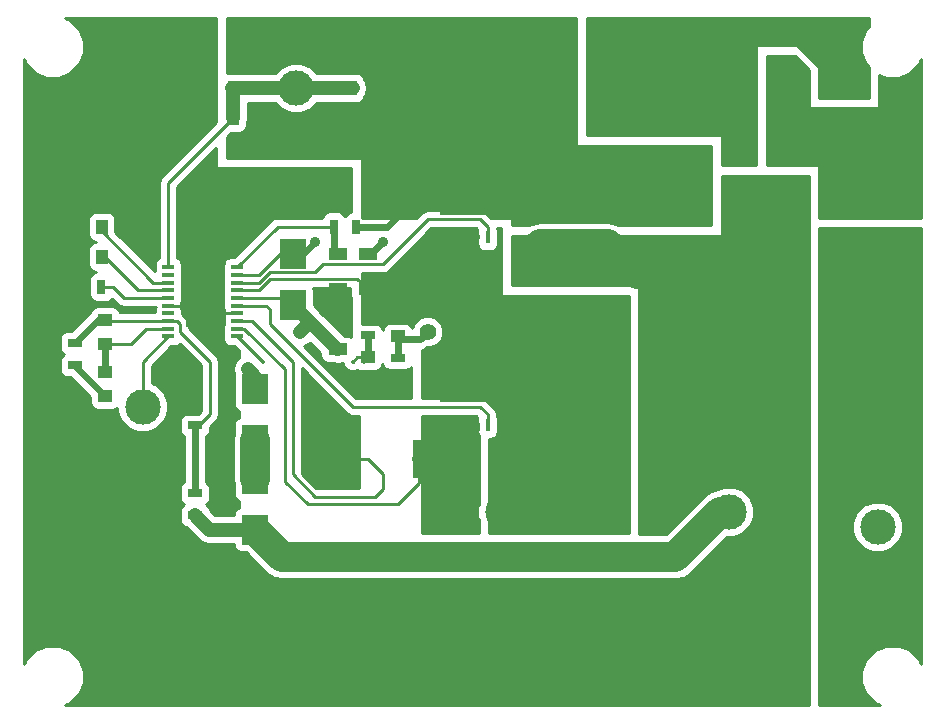
<source format=gtl>
G04 #@! TF.FileFunction,Copper,L1,Top,Signal*
%FSLAX46Y46*%
G04 Gerber Fmt 4.6, Leading zero omitted, Abs format (unit mm)*
G04 Created by KiCad (PCBNEW (2014-12-22 BZR 5335)-product) date Thu 25 Dec 2014 04:56:00 AM PST*
%MOMM*%
G01*
G04 APERTURE LIST*
%ADD10C,0.100000*%
%ADD11C,1.397000*%
%ADD12C,2.500000*%
%ADD13C,3.000000*%
%ADD14R,0.450000X1.080000*%
%ADD15R,4.260000X3.540000*%
%ADD16R,1.000000X0.400000*%
%ADD17R,3.000000X4.200000*%
%ADD18R,1.000000X1.250000*%
%ADD19R,1.600000X1.000000*%
%ADD20R,1.250000X1.000000*%
%ADD21R,2.400300X4.000500*%
%ADD22R,1.000000X1.600000*%
%ADD23R,2.301240X2.499360*%
%ADD24R,0.700000X1.300000*%
%ADD25R,1.300000X0.700000*%
%ADD26R,1.000000X3.200000*%
%ADD27R,3.599180X1.600200*%
%ADD28C,0.889000*%
%ADD29C,0.350000*%
%ADD30C,0.254000*%
%ADD31C,1.225000*%
%ADD32C,0.612500*%
%ADD33C,2.540000*%
G04 APERTURE END LIST*
D10*
D11*
X173990000Y-93980000D03*
X173990000Y-96520000D03*
D12*
X179959000Y-77900000D03*
X179959000Y-74500000D03*
X193421000Y-74500000D03*
X193421000Y-77900000D03*
D13*
X185293000Y-111760000D03*
X199517000Y-111760000D03*
X149860000Y-102870000D03*
X149860000Y-110490000D03*
X173990000Y-76200000D03*
X162877500Y-75882500D03*
X212090000Y-91440000D03*
X212090000Y-113030000D03*
X180340000Y-111760000D03*
D12*
X209550000Y-74930000D03*
X204470000Y-74930000D03*
X209550000Y-85090000D03*
X204470000Y-85090000D03*
X209550000Y-120650000D03*
X204470000Y-120650000D03*
D14*
X175260000Y-82931000D03*
X176530000Y-82931000D03*
X179070000Y-82931000D03*
X177800000Y-82931000D03*
X179070000Y-88519000D03*
X177800000Y-88519000D03*
X175260000Y-88519000D03*
D15*
X177165000Y-84836000D03*
D14*
X176530000Y-88519000D03*
X175260000Y-98806000D03*
X176530000Y-98806000D03*
X179070000Y-98806000D03*
X177800000Y-98806000D03*
X179070000Y-104394000D03*
X177800000Y-104394000D03*
X175260000Y-104394000D03*
D15*
X177165000Y-100711000D03*
D14*
X176530000Y-104394000D03*
D16*
X152040000Y-91055000D03*
X152040000Y-91705000D03*
X152040000Y-92355000D03*
X152040000Y-93005000D03*
X152040000Y-93655000D03*
X152040000Y-94305000D03*
X152040000Y-94955000D03*
X152040000Y-95605000D03*
X152040000Y-96255000D03*
X152040000Y-96905000D03*
X157840000Y-96905000D03*
X157840000Y-96255000D03*
X157840000Y-95605000D03*
X157840000Y-94955000D03*
X157840000Y-94305000D03*
X157840000Y-93655000D03*
X157840000Y-93005000D03*
X157840000Y-92355000D03*
X157840000Y-91705000D03*
X157840000Y-91055000D03*
D17*
X154940000Y-93980000D03*
D18*
X157527500Y-78422500D03*
X155527500Y-78422500D03*
D19*
X166370000Y-89940000D03*
X166370000Y-92940000D03*
D18*
X146415000Y-90170000D03*
X144415000Y-90170000D03*
X146415000Y-87630000D03*
X144415000Y-87630000D03*
D20*
X168910000Y-98695000D03*
X168910000Y-100695000D03*
X146685000Y-99965000D03*
X146685000Y-101965000D03*
X146685000Y-97520000D03*
X146685000Y-95520000D03*
D19*
X189230000Y-86130000D03*
X189230000Y-89130000D03*
X186690000Y-86130000D03*
X186690000Y-89130000D03*
X166370000Y-98020000D03*
X166370000Y-95020000D03*
D21*
X196215000Y-83629500D03*
X196215000Y-91630500D03*
D19*
X168910000Y-92940000D03*
X168910000Y-89940000D03*
D20*
X171450000Y-94885000D03*
X171450000Y-96885000D03*
D22*
X208510000Y-91440000D03*
X205510000Y-91440000D03*
X208510000Y-95250000D03*
X205510000Y-95250000D03*
D23*
X162560000Y-94223840D03*
X162560000Y-89926160D03*
X182880000Y-89778840D03*
X182880000Y-85481160D03*
X159385000Y-105653840D03*
X159385000Y-101356160D03*
X159385000Y-108976160D03*
X159385000Y-113273840D03*
D24*
X169542500Y-75882500D03*
X167642500Y-75882500D03*
X157477500Y-75882500D03*
X155577500Y-75882500D03*
X146365000Y-92710000D03*
X144465000Y-92710000D03*
X167955000Y-87630000D03*
X166055000Y-87630000D03*
D25*
X144145000Y-99375000D03*
X144145000Y-97475000D03*
X168910000Y-94935000D03*
X168910000Y-96835000D03*
D26*
X173280000Y-107315000D03*
X167080000Y-107315000D03*
D25*
X171450000Y-98745000D03*
X171450000Y-100645000D03*
X154305000Y-112075000D03*
X154305000Y-110175000D03*
X154305000Y-104455000D03*
X154305000Y-102555000D03*
D27*
X209760820Y-99695000D03*
X204259180Y-99695000D03*
D28*
X169545000Y-101600000D03*
X167005000Y-93980000D03*
X170815000Y-101600000D03*
X205105000Y-114935000D03*
X205105000Y-116205000D03*
X164465000Y-107950000D03*
X165735000Y-107950000D03*
X164465000Y-106680000D03*
X165735000Y-93980000D03*
X156845000Y-102235000D03*
X156845000Y-103505000D03*
X156845000Y-104775000D03*
X165735000Y-106680000D03*
X190500000Y-91440000D03*
X193040000Y-88900000D03*
X193040000Y-91440000D03*
X193040000Y-93980000D03*
X198120000Y-96520000D03*
X200660000Y-96520000D03*
X200660000Y-93980000D03*
X198120000Y-93980000D03*
X198120000Y-88900000D03*
X200660000Y-91440000D03*
X200660000Y-88900000D03*
X200660000Y-86360000D03*
X154940000Y-90805000D03*
X154940000Y-88900000D03*
X203200000Y-124460000D03*
X203200000Y-127000000D03*
X200660000Y-127000000D03*
X198120000Y-127000000D03*
X195580000Y-127000000D03*
X193040000Y-127000000D03*
X190500000Y-127000000D03*
X187960000Y-127000000D03*
X185420000Y-127000000D03*
X182880000Y-127000000D03*
X180340000Y-127000000D03*
X177800000Y-127000000D03*
X175260000Y-127000000D03*
X172720000Y-127000000D03*
X170180000Y-127000000D03*
X167640000Y-127000000D03*
X165100000Y-127000000D03*
X162560000Y-127000000D03*
X160020000Y-127000000D03*
X157480000Y-127000000D03*
X154940000Y-127000000D03*
X152400000Y-127000000D03*
X149860000Y-127000000D03*
X147320000Y-71120000D03*
X142240000Y-76200000D03*
X142240000Y-119380000D03*
X142240000Y-116840000D03*
X142240000Y-114300000D03*
X142240000Y-111760000D03*
X142240000Y-109220000D03*
X142240000Y-106680000D03*
X142240000Y-104140000D03*
X142240000Y-101600000D03*
X142240000Y-99060000D03*
X142240000Y-96520000D03*
X142557500Y-94297500D03*
X142240000Y-91440000D03*
X142240000Y-88900000D03*
X142240000Y-86360000D03*
X142240000Y-83820000D03*
X142240000Y-81280000D03*
X142240000Y-78740000D03*
X147320000Y-127000000D03*
X203835000Y-114935000D03*
X203835000Y-116205000D03*
X157480000Y-88900000D03*
X154940000Y-83820000D03*
X154940000Y-86360000D03*
X193040000Y-96520000D03*
X193040000Y-99060000D03*
X196850000Y-99060000D03*
X200660000Y-99060000D03*
X201930000Y-121920000D03*
X201930000Y-119380000D03*
X201930000Y-116840000D03*
X199390000Y-116840000D03*
X196850000Y-119380000D03*
X194310000Y-119380000D03*
X191770000Y-119380000D03*
X189230000Y-119380000D03*
X186690000Y-119380000D03*
X184150000Y-119380000D03*
X171450000Y-119380000D03*
X157480000Y-116840000D03*
X154940000Y-116840000D03*
X152400000Y-114300000D03*
X149860000Y-114300000D03*
X147320000Y-114300000D03*
X147320000Y-111760000D03*
X147320000Y-109220000D03*
X144780000Y-104140000D03*
X147320000Y-106680000D03*
X153670000Y-76200000D03*
X153670000Y-78422500D03*
X151130000Y-81280000D03*
X148590000Y-83820000D03*
X148590000Y-86360000D03*
X152400000Y-71120000D03*
X149860000Y-71120000D03*
X154940000Y-71120000D03*
X152400000Y-106680000D03*
X152400000Y-104140000D03*
X152400000Y-101600000D03*
X152400000Y-99060000D03*
D29*
X167640000Y-99060000D03*
X160020000Y-99060000D03*
D28*
X163195000Y-96520000D03*
X158750000Y-99695000D03*
X164465000Y-88900000D03*
X170180000Y-88900000D03*
X208915000Y-112395000D03*
X208915000Y-111125000D03*
X207645000Y-111125000D03*
X207645000Y-112395000D03*
X213360000Y-88900000D03*
X213360000Y-93980000D03*
X213360000Y-96520000D03*
X213360000Y-99060000D03*
X213360000Y-101600000D03*
X213360000Y-104140000D03*
X213360000Y-106680000D03*
X213360000Y-109220000D03*
X210820000Y-109220000D03*
X210820000Y-106680000D03*
X210820000Y-104140000D03*
X210820000Y-101600000D03*
X210820000Y-96520000D03*
X210820000Y-93980000D03*
X210820000Y-88900000D03*
X208280000Y-88900000D03*
X208280000Y-104140000D03*
X208280000Y-106680000D03*
X208280000Y-109220000D03*
D30*
X152040000Y-83910000D02*
X157527500Y-78422500D01*
X152040000Y-91055000D02*
X152040000Y-83910000D01*
X157527500Y-75932500D02*
X157477500Y-75882500D01*
D31*
X157527500Y-78422500D02*
X157527500Y-75932500D01*
X157477500Y-75882500D02*
X162877500Y-75882500D01*
X162877500Y-75882500D02*
X167642500Y-75882500D01*
D32*
X166370000Y-93345000D02*
X167005000Y-93980000D01*
X166370000Y-92940000D02*
X166370000Y-93345000D01*
X166370000Y-94615000D02*
X167005000Y-93980000D01*
X166370000Y-93345000D02*
X165735000Y-93980000D01*
X166370000Y-94615000D02*
X165735000Y-93980000D01*
X166370000Y-94615000D02*
X165735000Y-93980000D01*
X169545000Y-101600000D02*
X168910000Y-100965000D01*
X171450000Y-100965000D02*
X171450000Y-100645000D01*
X170815000Y-101600000D02*
X171450000Y-100965000D01*
D30*
X155915000Y-94955000D02*
X154940000Y-93980000D01*
X157840000Y-94955000D02*
X155915000Y-94955000D01*
D33*
X204470000Y-120650000D02*
X204470000Y-118110000D01*
D30*
X204470000Y-118110000D02*
X204470000Y-116840000D01*
X205105000Y-116205000D02*
X204470000Y-116840000D01*
X205105000Y-114935000D02*
X205105000Y-116205000D01*
D33*
X204470000Y-101600000D02*
X204470000Y-118110000D01*
X204259180Y-101389180D02*
X204470000Y-101600000D01*
X204259180Y-99695000D02*
X204259180Y-101389180D01*
D31*
X165100000Y-107315000D02*
X164465000Y-107950000D01*
X165100000Y-107315000D02*
X165735000Y-107950000D01*
X165100000Y-107315000D02*
X164465000Y-106680000D01*
D33*
X196405500Y-91440000D02*
X196215000Y-91630500D01*
X183528840Y-89130000D02*
X182880000Y-89778840D01*
X189230000Y-89130000D02*
X183528840Y-89130000D01*
X191730500Y-91630500D02*
X189230000Y-89130000D01*
X196215000Y-91630500D02*
X191730500Y-91630500D01*
D31*
X152400000Y-104140000D02*
X152400000Y-107950000D01*
X152400000Y-107950000D02*
X149860000Y-110490000D01*
X152400000Y-103505000D02*
X152400000Y-104140000D01*
X153350000Y-102555000D02*
X152400000Y-103505000D01*
X154305000Y-102555000D02*
X153350000Y-102555000D01*
D30*
X154615000Y-94305000D02*
X154940000Y-93980000D01*
X152040000Y-94305000D02*
X154615000Y-94305000D01*
D31*
X156845000Y-98425000D02*
X154940000Y-96520000D01*
X154940000Y-96520000D02*
X154940000Y-93980000D01*
X156845000Y-104775000D02*
X156845000Y-98425000D01*
X144415000Y-92440000D02*
X144415000Y-87630000D01*
X147320000Y-110490000D02*
X140970000Y-104140000D01*
X140970000Y-104140000D02*
X140970000Y-95885000D01*
X140970000Y-95885000D02*
X144415000Y-92440000D01*
X149860000Y-110490000D02*
X147320000Y-110490000D01*
X144415000Y-84185000D02*
X150177500Y-78422500D01*
X150177500Y-78422500D02*
X155527500Y-78422500D01*
X144415000Y-87630000D02*
X144415000Y-84185000D01*
X155527500Y-75932500D02*
X155577500Y-75882500D01*
X155527500Y-78422500D02*
X155527500Y-75932500D01*
D32*
X166370000Y-95020000D02*
X166370000Y-92940000D01*
X171400000Y-100695000D02*
X171450000Y-100645000D01*
X168910000Y-100695000D02*
X171400000Y-100695000D01*
X168910000Y-100965000D02*
X169545000Y-101600000D01*
X168910000Y-100695000D02*
X168910000Y-100965000D01*
D31*
X165100000Y-107315000D02*
X165735000Y-106680000D01*
D33*
X165100000Y-107315000D02*
X167080000Y-107315000D01*
D32*
X190500000Y-91440000D02*
X193040000Y-88900000D01*
X193040000Y-91440000D02*
X193040000Y-88900000D01*
X195580000Y-93980000D02*
X193040000Y-93980000D01*
X204470000Y-85090000D02*
X201930000Y-85090000D01*
X200660000Y-93980000D02*
X200660000Y-96520000D01*
X198120000Y-88900000D02*
X198120000Y-93980000D01*
X200660000Y-88900000D02*
X200660000Y-91440000D01*
X201930000Y-85090000D02*
X200660000Y-86360000D01*
X198120000Y-96520000D02*
X195580000Y-93980000D01*
X154940000Y-88900000D02*
X154940000Y-86360000D01*
X154940000Y-93980000D02*
X154940000Y-90805000D01*
D30*
X168910000Y-107315000D02*
X170180000Y-108585000D01*
X170180000Y-108585000D02*
X170180000Y-109855000D01*
X170180000Y-109855000D02*
X169545000Y-110490000D01*
X169545000Y-110490000D02*
X164465000Y-110490000D01*
X164465000Y-110490000D02*
X162560000Y-108585000D01*
X162560000Y-108585000D02*
X162560000Y-99060000D01*
X162560000Y-99060000D02*
X159105000Y-95605000D01*
X159105000Y-95605000D02*
X157840000Y-95605000D01*
X167080000Y-107315000D02*
X168910000Y-107315000D01*
D32*
X204470000Y-120650000D02*
X204470000Y-123190000D01*
X204470000Y-123190000D02*
X203200000Y-124460000D01*
X203200000Y-127000000D02*
X200660000Y-127000000D01*
X198120000Y-127000000D02*
X195580000Y-127000000D01*
X193040000Y-127000000D02*
X190500000Y-127000000D01*
X187960000Y-127000000D02*
X185420000Y-127000000D01*
X182880000Y-127000000D02*
X180340000Y-127000000D01*
X177800000Y-127000000D02*
X175260000Y-127000000D01*
X172720000Y-127000000D02*
X170180000Y-127000000D01*
X167640000Y-127000000D02*
X165100000Y-127000000D01*
X162560000Y-127000000D02*
X160020000Y-127000000D01*
X157480000Y-127000000D02*
X154940000Y-127000000D01*
X152400000Y-127000000D02*
X149860000Y-127000000D01*
X142240000Y-121920000D02*
X142240000Y-119380000D01*
X142240000Y-116840000D02*
X142240000Y-114300000D01*
X142240000Y-111760000D02*
X142240000Y-109220000D01*
X142240000Y-106680000D02*
X142240000Y-104140000D01*
X142240000Y-101600000D02*
X142240000Y-99060000D01*
X142240000Y-96520000D02*
X142557500Y-96202500D01*
X142557500Y-96202500D02*
X142557500Y-94297500D01*
X142240000Y-91440000D02*
X142240000Y-88900000D01*
X142240000Y-86360000D02*
X142240000Y-83820000D01*
X142240000Y-81280000D02*
X142240000Y-78740000D01*
D31*
X147320000Y-127000000D02*
X146050000Y-125730000D01*
X149860000Y-125730000D02*
X148590000Y-124460000D01*
X149860000Y-127000000D02*
X149860000Y-125730000D01*
X147320000Y-124460000D02*
X144780000Y-121920000D01*
X144780000Y-121920000D02*
X142240000Y-121920000D01*
X147320000Y-127000000D02*
X147320000Y-124460000D01*
X144780000Y-76200000D02*
X146050000Y-74930000D01*
X146050000Y-74930000D02*
X148590000Y-74930000D01*
X142240000Y-76200000D02*
X144780000Y-76200000D01*
X148590000Y-72390000D02*
X147320000Y-71120000D01*
X146050000Y-74930000D02*
X148590000Y-72390000D01*
X196405500Y-91440000D02*
X196215000Y-91630500D01*
X205510000Y-91440000D02*
X196405500Y-91440000D01*
X205510000Y-91440000D02*
X205510000Y-95250000D01*
X205510000Y-98444180D02*
X204259180Y-99695000D01*
X205510000Y-95250000D02*
X205510000Y-98444180D01*
D30*
X203835000Y-114935000D02*
X203835000Y-116205000D01*
X203835000Y-116205000D02*
X204470000Y-116840000D01*
D31*
X154940000Y-86360000D02*
X157480000Y-88900000D01*
X154940000Y-83820000D02*
X154940000Y-86360000D01*
X193040000Y-96520000D02*
X193040000Y-99060000D01*
X196850000Y-99060000D02*
X200660000Y-99060000D01*
X201930000Y-119380000D02*
X201930000Y-121920000D01*
X199390000Y-116840000D02*
X201930000Y-116840000D01*
X194310000Y-119380000D02*
X196850000Y-119380000D01*
X189230000Y-119380000D02*
X191770000Y-119380000D01*
X184150000Y-119380000D02*
X186690000Y-119380000D01*
X160020000Y-119380000D02*
X171450000Y-119380000D01*
X157480000Y-116840000D02*
X160020000Y-119380000D01*
X152400000Y-114300000D02*
X154940000Y-116840000D01*
X147320000Y-114300000D02*
X149860000Y-114300000D01*
X147320000Y-109220000D02*
X147320000Y-111760000D01*
X147320000Y-106680000D02*
X144780000Y-104140000D01*
X153670000Y-76200000D02*
X153670000Y-78422500D01*
X151130000Y-81280000D02*
X148590000Y-83820000D01*
X147320000Y-71120000D02*
X149860000Y-71120000D01*
D32*
X152400000Y-71120000D02*
X154940000Y-71120000D01*
D31*
X147320000Y-106680000D02*
X152400000Y-106680000D01*
X153355000Y-102555000D02*
X152400000Y-101600000D01*
X154305000Y-102555000D02*
X153355000Y-102555000D01*
D30*
X161290000Y-87630000D02*
X166055000Y-87630000D01*
X157865000Y-91055000D02*
X161290000Y-87630000D01*
X157840000Y-91055000D02*
X157865000Y-91055000D01*
X166055000Y-89625000D02*
X166370000Y-89940000D01*
D32*
X166055000Y-87630000D02*
X166055000Y-89625000D01*
D30*
X149520000Y-93005000D02*
X152040000Y-93005000D01*
X146685000Y-90170000D02*
X149520000Y-93005000D01*
X146415000Y-90170000D02*
X146685000Y-90170000D01*
X150775000Y-92355000D02*
X152040000Y-92355000D01*
X146415000Y-87995000D02*
X150775000Y-92355000D01*
X146415000Y-87630000D02*
X146415000Y-87995000D01*
X168910000Y-98695000D02*
X168545000Y-99060000D01*
D32*
X168910000Y-96835000D02*
X168910000Y-98695000D01*
D30*
X157865000Y-96905000D02*
X157840000Y-96905000D01*
X168005000Y-98695000D02*
X167640000Y-99060000D01*
X160020000Y-99060000D02*
X157865000Y-96905000D01*
X168910000Y-98695000D02*
X168005000Y-98695000D01*
D32*
X146685000Y-99965000D02*
X146685000Y-97520000D01*
D30*
X148860000Y-97520000D02*
X150125000Y-96255000D01*
X150125000Y-96255000D02*
X152040000Y-96255000D01*
X146685000Y-97520000D02*
X148860000Y-97520000D01*
D32*
X144145000Y-99425000D02*
X146685000Y-101965000D01*
X144145000Y-99375000D02*
X144145000Y-99425000D01*
X154305000Y-110175000D02*
X154305000Y-104455000D01*
D30*
X155575000Y-103505000D02*
X155575000Y-99060000D01*
X155575000Y-99060000D02*
X153035000Y-96520000D01*
X153035000Y-96520000D02*
X153035000Y-95885000D01*
X153035000Y-95885000D02*
X152755000Y-95605000D01*
X152755000Y-95605000D02*
X152040000Y-95605000D01*
X154625000Y-104455000D02*
X155575000Y-103505000D01*
X154305000Y-104455000D02*
X154625000Y-104455000D01*
X146770000Y-95605000D02*
X146685000Y-95520000D01*
X152040000Y-95605000D02*
X146770000Y-95605000D01*
D32*
X146100000Y-95520000D02*
X144145000Y-97475000D01*
X146685000Y-95520000D02*
X146100000Y-95520000D01*
D33*
X177165000Y-80694000D02*
X177165000Y-84836000D01*
X179959000Y-77900000D02*
X177165000Y-80694000D01*
X179959000Y-74500000D02*
X179959000Y-77900000D01*
X191730500Y-83629500D02*
X196215000Y-83629500D01*
X189230000Y-86130000D02*
X191730500Y-83629500D01*
X183528840Y-86130000D02*
X189230000Y-86130000D01*
X182234840Y-84836000D02*
X183528840Y-86130000D01*
X177165000Y-84836000D02*
X182234840Y-84836000D01*
D31*
X173672500Y-75882500D02*
X173990000Y-76200000D01*
X169542500Y-75882500D02*
X173672500Y-75882500D01*
D33*
X178259000Y-76200000D02*
X179959000Y-77900000D01*
X173990000Y-76200000D02*
X178259000Y-76200000D01*
D32*
X177165000Y-84836000D02*
X179070000Y-82931000D01*
X177165000Y-83566000D02*
X177800000Y-82931000D01*
X177165000Y-83566000D02*
X176530000Y-82931000D01*
X177165000Y-84836000D02*
X177165000Y-83566000D01*
X177165000Y-84836000D02*
X175260000Y-82931000D01*
X183528840Y-86130000D02*
X182880000Y-85481160D01*
X186690000Y-86130000D02*
X183528840Y-86130000D01*
X170561000Y-87630000D02*
X175260000Y-82931000D01*
X167955000Y-87630000D02*
X170561000Y-87630000D01*
D30*
X161991160Y-93655000D02*
X162560000Y-94223840D01*
X157840000Y-93655000D02*
X161991160Y-93655000D01*
X162560000Y-94223840D02*
X162573840Y-94223840D01*
D31*
X163830000Y-95493840D02*
X162560000Y-94223840D01*
X166356160Y-98020000D02*
X163830000Y-95493840D01*
X166370000Y-98020000D02*
X166356160Y-98020000D01*
X163830000Y-95885000D02*
X163830000Y-95493840D01*
X164025580Y-95689420D02*
X163830000Y-95885000D01*
X163195000Y-96520000D02*
X164025580Y-95689420D01*
X159385000Y-100330000D02*
X158750000Y-99695000D01*
X159385000Y-101356160D02*
X159385000Y-100330000D01*
D30*
X159725000Y-93005000D02*
X160655000Y-92075000D01*
X160655000Y-92075000D02*
X168045000Y-92075000D01*
X168045000Y-92075000D02*
X168910000Y-92940000D01*
X157840000Y-93005000D02*
X159725000Y-93005000D01*
D32*
X168910000Y-92940000D02*
X168910000Y-94935000D01*
D30*
X171400000Y-94935000D02*
X171450000Y-94885000D01*
D32*
X168910000Y-94935000D02*
X171400000Y-94935000D01*
D30*
X171450000Y-94885000D02*
X171815000Y-94885000D01*
X177165000Y-100711000D02*
X175260000Y-98806000D01*
X177165000Y-99441000D02*
X176530000Y-98806000D01*
X177165000Y-99441000D02*
X177800000Y-98806000D01*
X177165000Y-100711000D02*
X177165000Y-99441000D01*
X177165000Y-100711000D02*
X179070000Y-98806000D01*
D31*
X176530000Y-89789000D02*
X175260000Y-88519000D01*
X176530000Y-90805000D02*
X176530000Y-88519000D01*
X176530000Y-89789000D02*
X177800000Y-88519000D01*
X176530000Y-90805000D02*
X176530000Y-89789000D01*
D33*
X177165000Y-100711000D02*
X178816000Y-100711000D01*
X179451000Y-100711000D02*
X185293000Y-106553000D01*
X185293000Y-106553000D02*
X185293000Y-111760000D01*
X177165000Y-100711000D02*
X179451000Y-100711000D01*
D32*
X172355000Y-93980000D02*
X171450000Y-94885000D01*
X173990000Y-93980000D02*
X172355000Y-93980000D01*
X175260000Y-90805000D02*
X173990000Y-92075000D01*
X173990000Y-92075000D02*
X173990000Y-93980000D01*
X176530000Y-90805000D02*
X175260000Y-90805000D01*
X175895000Y-99441000D02*
X177165000Y-100711000D01*
X175895000Y-95885000D02*
X175895000Y-99441000D01*
X173990000Y-93980000D02*
X175895000Y-95885000D01*
D30*
X159755000Y-91705000D02*
X157840000Y-91705000D01*
X161533840Y-89926160D02*
X159755000Y-91705000D01*
X162560000Y-89926160D02*
X161533840Y-89926160D01*
D32*
X163438840Y-89926160D02*
X162560000Y-89926160D01*
X164465000Y-88900000D02*
X163438840Y-89926160D01*
X169140000Y-89940000D02*
X170180000Y-88900000D01*
X168910000Y-89940000D02*
X169140000Y-89940000D01*
X171450000Y-96885000D02*
X171450000Y-98745000D01*
X171720000Y-97155000D02*
X171450000Y-96885000D01*
X173355000Y-97155000D02*
X171720000Y-97155000D01*
X173990000Y-96520000D02*
X173355000Y-97155000D01*
D33*
X208510000Y-91440000D02*
X208510000Y-95250000D01*
X212090000Y-91440000D02*
X208510000Y-91440000D01*
X208510000Y-98444180D02*
X209760820Y-99695000D01*
X208510000Y-95250000D02*
X208510000Y-98444180D01*
X208280000Y-111760000D02*
X208280000Y-119380000D01*
X208280000Y-119380000D02*
X209550000Y-120650000D01*
X208280000Y-109220000D02*
X208280000Y-111760000D01*
X208280000Y-102235000D02*
X208280000Y-109220000D01*
X209760820Y-100754180D02*
X208280000Y-102235000D01*
X209760820Y-99695000D02*
X209760820Y-100754180D01*
D31*
X208280000Y-111760000D02*
X208280000Y-111760000D01*
X208915000Y-112395000D02*
X208280000Y-111760000D01*
X208915000Y-111125000D02*
X208280000Y-111760000D01*
X208280000Y-112395000D02*
X208280000Y-111760000D01*
X208280000Y-111760000D02*
X208280000Y-112395000D01*
X207645000Y-111125000D02*
X208280000Y-111760000D01*
X207645000Y-112395000D02*
X208280000Y-111760000D01*
D33*
X194945000Y-115570000D02*
X161681160Y-115570000D01*
X161681160Y-115570000D02*
X159385000Y-113273840D01*
X198755000Y-111760000D02*
X194945000Y-115570000D01*
X199517000Y-111760000D02*
X198755000Y-111760000D01*
D31*
X155503840Y-113273840D02*
X154305000Y-112075000D01*
X159385000Y-113273840D02*
X155503840Y-113273840D01*
D30*
X213360000Y-88900000D02*
X213360000Y-93980000D01*
X213360000Y-96520000D02*
X213360000Y-99060000D01*
X213360000Y-101600000D02*
X213360000Y-104140000D01*
X213360000Y-106680000D02*
X213360000Y-109220000D01*
X210820000Y-109220000D02*
X210820000Y-106680000D01*
X210820000Y-104140000D02*
X210820000Y-101600000D01*
X210820000Y-96520000D02*
X210820000Y-93980000D01*
X210820000Y-88900000D02*
X208280000Y-88900000D01*
X208280000Y-104140000D02*
X208280000Y-106680000D01*
D33*
X159385000Y-108976160D02*
X159385000Y-105653840D01*
X193421000Y-74500000D02*
X193421000Y-77900000D01*
X205740000Y-71120000D02*
X196801000Y-71120000D01*
X196801000Y-71120000D02*
X193421000Y-74500000D01*
X209550000Y-74930000D02*
X205740000Y-71120000D01*
D30*
X149860000Y-99085000D02*
X152040000Y-96905000D01*
X149860000Y-102870000D02*
X149860000Y-99085000D01*
X159740000Y-92355000D02*
X160655000Y-91440000D01*
X160655000Y-91440000D02*
X164465000Y-91440000D01*
X164465000Y-91440000D02*
X165100000Y-90805000D01*
X165100000Y-90805000D02*
X170180000Y-90805000D01*
X170180000Y-90805000D02*
X173990000Y-86995000D01*
X173990000Y-86995000D02*
X178435000Y-86995000D01*
X178435000Y-86995000D02*
X179070000Y-87630000D01*
X179070000Y-87630000D02*
X179070000Y-88519000D01*
X157840000Y-92355000D02*
X159740000Y-92355000D01*
X160345000Y-94305000D02*
X160655000Y-94615000D01*
X160655000Y-94615000D02*
X160655000Y-95885000D01*
X160655000Y-95885000D02*
X167640000Y-102870000D01*
X167640000Y-102870000D02*
X178435000Y-102870000D01*
X178435000Y-102870000D02*
X179070000Y-103505000D01*
X179070000Y-103505000D02*
X179070000Y-104394000D01*
X157840000Y-94305000D02*
X160345000Y-94305000D01*
D31*
X176530000Y-106045000D02*
X176530000Y-104394000D01*
X175260000Y-104775000D02*
X176530000Y-106045000D01*
X175260000Y-104394000D02*
X175260000Y-104775000D01*
X177800000Y-104775000D02*
X176530000Y-106045000D01*
X177800000Y-104394000D02*
X177800000Y-104775000D01*
D30*
X158485000Y-96255000D02*
X161925000Y-99695000D01*
X161925000Y-99695000D02*
X161925000Y-109220000D01*
X161925000Y-109220000D02*
X163830000Y-111125000D01*
X163830000Y-111125000D02*
X171450000Y-111125000D01*
X171450000Y-111125000D02*
X173280000Y-109295000D01*
X173280000Y-109295000D02*
X173280000Y-107315000D01*
X157840000Y-96255000D02*
X158485000Y-96255000D01*
D31*
X175260000Y-107315000D02*
X176530000Y-106045000D01*
X173280000Y-107315000D02*
X175260000Y-107315000D01*
D30*
X147320000Y-92710000D02*
X148265000Y-93655000D01*
X148265000Y-93655000D02*
X152040000Y-93655000D01*
X146365000Y-92710000D02*
X147320000Y-92710000D01*
D33*
X209550000Y-82550000D02*
X204470000Y-77470000D01*
X204470000Y-77470000D02*
X204470000Y-74930000D01*
X209550000Y-85090000D02*
X209550000Y-82550000D01*
D30*
G36*
X215773000Y-124669124D02*
X215595359Y-124239201D01*
X214854698Y-123497246D01*
X214225370Y-123235926D01*
X214225370Y-112607185D01*
X213901020Y-111822200D01*
X213300959Y-111221091D01*
X212516541Y-110895372D01*
X211667185Y-110894630D01*
X210882200Y-111218980D01*
X210281091Y-111819041D01*
X209955372Y-112603459D01*
X209954630Y-113452815D01*
X210278980Y-114237800D01*
X210879041Y-114838909D01*
X211663459Y-115164628D01*
X212512815Y-115165370D01*
X213297800Y-114841020D01*
X213898909Y-114240959D01*
X214224628Y-113456541D01*
X214225370Y-112607185D01*
X214225370Y-123235926D01*
X213886483Y-123095208D01*
X212838116Y-123094293D01*
X211869201Y-123494641D01*
X211127246Y-124235302D01*
X210725208Y-125203517D01*
X210724293Y-126251884D01*
X211124641Y-127220799D01*
X211865302Y-127962754D01*
X212299382Y-128143000D01*
X207137000Y-128143000D01*
X207137000Y-87757000D01*
X215773000Y-87757000D01*
X215773000Y-124669124D01*
X215773000Y-124669124D01*
G37*
X215773000Y-124669124D02*
X215595359Y-124239201D01*
X214854698Y-123497246D01*
X214225370Y-123235926D01*
X214225370Y-112607185D01*
X213901020Y-111822200D01*
X213300959Y-111221091D01*
X212516541Y-110895372D01*
X211667185Y-110894630D01*
X210882200Y-111218980D01*
X210281091Y-111819041D01*
X209955372Y-112603459D01*
X209954630Y-113452815D01*
X210278980Y-114237800D01*
X210879041Y-114838909D01*
X211663459Y-115164628D01*
X212512815Y-115165370D01*
X213297800Y-114841020D01*
X213898909Y-114240959D01*
X214224628Y-113456541D01*
X214225370Y-112607185D01*
X214225370Y-123235926D01*
X213886483Y-123095208D01*
X212838116Y-123094293D01*
X211869201Y-123494641D01*
X211127246Y-124235302D01*
X210725208Y-125203517D01*
X210724293Y-126251884D01*
X211124641Y-127220799D01*
X211865302Y-127962754D01*
X212299382Y-128143000D01*
X207137000Y-128143000D01*
X207137000Y-87757000D01*
X215773000Y-87757000D01*
X215773000Y-124669124D01*
G36*
X178308000Y-113538000D02*
X173482000Y-113538000D01*
X173482000Y-103632000D01*
X178119369Y-103632000D01*
X178221582Y-103734212D01*
X178197560Y-103854000D01*
X178197560Y-104934000D01*
X178244537Y-105176123D01*
X178308000Y-105272733D01*
X178308000Y-111086303D01*
X178205372Y-111333459D01*
X178204630Y-112182815D01*
X178308000Y-112432988D01*
X178308000Y-113538000D01*
X178308000Y-113538000D01*
G37*
X178308000Y-113538000D02*
X173482000Y-113538000D01*
X173482000Y-103632000D01*
X178119369Y-103632000D01*
X178221582Y-103734212D01*
X178197560Y-103854000D01*
X178197560Y-104934000D01*
X178244537Y-105176123D01*
X178308000Y-105272733D01*
X178308000Y-111086303D01*
X178205372Y-111333459D01*
X178204630Y-112182815D01*
X178308000Y-112432988D01*
X178308000Y-113538000D01*
G36*
X191008000Y-113538000D02*
X179197000Y-113538000D01*
X179197000Y-105581440D01*
X179295000Y-105581440D01*
X179537123Y-105534463D01*
X179749927Y-105394673D01*
X179892377Y-105183640D01*
X179942440Y-104934000D01*
X179942440Y-103854000D01*
X179895463Y-103611877D01*
X179832000Y-103515266D01*
X179832000Y-103505000D01*
X179773996Y-103213396D01*
X179773996Y-103213395D01*
X179707834Y-103114376D01*
X179608816Y-102966185D01*
X178973815Y-102331185D01*
X178726605Y-102166004D01*
X178435000Y-102108000D01*
X173482000Y-102108000D01*
X173482000Y-98070988D01*
X173715201Y-98024602D01*
X173971295Y-97853484D01*
X174254086Y-97853731D01*
X174744380Y-97651146D01*
X175119827Y-97276353D01*
X175323268Y-96786413D01*
X175323731Y-96255914D01*
X175121146Y-95765620D01*
X174746353Y-95390173D01*
X174256413Y-95186732D01*
X173725914Y-95186269D01*
X173235620Y-95388854D01*
X172860173Y-95763647D01*
X172684137Y-96187586D01*
X172675463Y-96142877D01*
X172535673Y-95930073D01*
X172324640Y-95787623D01*
X172075000Y-95737560D01*
X170825000Y-95737560D01*
X170582877Y-95784537D01*
X170370073Y-95924327D01*
X170227623Y-96135360D01*
X170182885Y-96358444D01*
X170160463Y-96242877D01*
X170020673Y-96030073D01*
X169809640Y-95887623D01*
X169560000Y-95837560D01*
X168402000Y-95837560D01*
X168402000Y-91567000D01*
X170180000Y-91567000D01*
X170180000Y-91566999D01*
X170471604Y-91508996D01*
X170471605Y-91508996D01*
X170718815Y-91343815D01*
X174305630Y-87757000D01*
X178119369Y-87757000D01*
X178221582Y-87859212D01*
X178197560Y-87979000D01*
X178197560Y-89059000D01*
X178244537Y-89301123D01*
X178384327Y-89513927D01*
X178595360Y-89656377D01*
X178845000Y-89706440D01*
X179295000Y-89706440D01*
X179537123Y-89659463D01*
X179749927Y-89519673D01*
X179892377Y-89308640D01*
X179942440Y-89059000D01*
X179942440Y-87979000D01*
X179899367Y-87757000D01*
X180213000Y-87757000D01*
X180213000Y-93472000D01*
X191008000Y-93472000D01*
X191008000Y-113538000D01*
X191008000Y-113538000D01*
G37*
X191008000Y-113538000D02*
X179197000Y-113538000D01*
X179197000Y-105581440D01*
X179295000Y-105581440D01*
X179537123Y-105534463D01*
X179749927Y-105394673D01*
X179892377Y-105183640D01*
X179942440Y-104934000D01*
X179942440Y-103854000D01*
X179895463Y-103611877D01*
X179832000Y-103515266D01*
X179832000Y-103505000D01*
X179773996Y-103213396D01*
X179773996Y-103213395D01*
X179707834Y-103114376D01*
X179608816Y-102966185D01*
X178973815Y-102331185D01*
X178726605Y-102166004D01*
X178435000Y-102108000D01*
X173482000Y-102108000D01*
X173482000Y-98070988D01*
X173715201Y-98024602D01*
X173971295Y-97853484D01*
X174254086Y-97853731D01*
X174744380Y-97651146D01*
X175119827Y-97276353D01*
X175323268Y-96786413D01*
X175323731Y-96255914D01*
X175121146Y-95765620D01*
X174746353Y-95390173D01*
X174256413Y-95186732D01*
X173725914Y-95186269D01*
X173235620Y-95388854D01*
X172860173Y-95763647D01*
X172684137Y-96187586D01*
X172675463Y-96142877D01*
X172535673Y-95930073D01*
X172324640Y-95787623D01*
X172075000Y-95737560D01*
X170825000Y-95737560D01*
X170582877Y-95784537D01*
X170370073Y-95924327D01*
X170227623Y-96135360D01*
X170182885Y-96358444D01*
X170160463Y-96242877D01*
X170020673Y-96030073D01*
X169809640Y-95887623D01*
X169560000Y-95837560D01*
X168402000Y-95837560D01*
X168402000Y-91567000D01*
X170180000Y-91567000D01*
X170180000Y-91566999D01*
X170471604Y-91508996D01*
X170471605Y-91508996D01*
X170718815Y-91343815D01*
X174305630Y-87757000D01*
X178119369Y-87757000D01*
X178221582Y-87859212D01*
X178197560Y-87979000D01*
X178197560Y-89059000D01*
X178244537Y-89301123D01*
X178384327Y-89513927D01*
X178595360Y-89656377D01*
X178845000Y-89706440D01*
X179295000Y-89706440D01*
X179537123Y-89659463D01*
X179749927Y-89519673D01*
X179892377Y-89308640D01*
X179942440Y-89059000D01*
X179942440Y-87979000D01*
X179899367Y-87757000D01*
X180213000Y-87757000D01*
X180213000Y-93472000D01*
X191008000Y-93472000D01*
X191008000Y-113538000D01*
G36*
X197993000Y-87503000D02*
X190158046Y-87503000D01*
X189959012Y-87370009D01*
X189230000Y-87225000D01*
X183528840Y-87225000D01*
X182799828Y-87370009D01*
X182600793Y-87503000D01*
X181102000Y-87503000D01*
X181102000Y-86868000D01*
X179385630Y-86868000D01*
X178973815Y-86456185D01*
X178726605Y-86291004D01*
X178435000Y-86233000D01*
X173990000Y-86233000D01*
X173698395Y-86291004D01*
X173599376Y-86357165D01*
X173451185Y-86456184D01*
X173039369Y-86868000D01*
X168402000Y-86868000D01*
X168402000Y-81788000D01*
X156972000Y-81788000D01*
X156972000Y-80055630D01*
X157332690Y-79694940D01*
X158027500Y-79694940D01*
X158269623Y-79647963D01*
X158482427Y-79508173D01*
X158624877Y-79297140D01*
X158674940Y-79047500D01*
X158674940Y-78907530D01*
X158680040Y-78899898D01*
X158775000Y-78422500D01*
X158775000Y-77130000D01*
X161106110Y-77130000D01*
X161666541Y-77691409D01*
X162450959Y-78017128D01*
X163300315Y-78017870D01*
X164085300Y-77693520D01*
X164649804Y-77130000D01*
X167043473Y-77130000D01*
X167292500Y-77179940D01*
X167992500Y-77179940D01*
X168234623Y-77132963D01*
X168447427Y-76993173D01*
X168589877Y-76782140D01*
X168622884Y-76617546D01*
X168795040Y-76359898D01*
X168890000Y-75882500D01*
X168795040Y-75405102D01*
X168623666Y-75148622D01*
X168592963Y-74990377D01*
X168453173Y-74777573D01*
X168242140Y-74635123D01*
X167992500Y-74585060D01*
X167292500Y-74585060D01*
X167050377Y-74632037D01*
X167045866Y-74635000D01*
X164648889Y-74635000D01*
X164088459Y-74073591D01*
X163304041Y-73747872D01*
X162454685Y-73747130D01*
X161669700Y-74071480D01*
X161105195Y-74635000D01*
X158076526Y-74635000D01*
X157827500Y-74585060D01*
X157127500Y-74585060D01*
X156972000Y-74615230D01*
X156972000Y-69977000D01*
X186563000Y-69977000D01*
X186563000Y-80772000D01*
X197993000Y-80772000D01*
X197993000Y-87503000D01*
X197993000Y-87503000D01*
G37*
X197993000Y-87503000D02*
X190158046Y-87503000D01*
X189959012Y-87370009D01*
X189230000Y-87225000D01*
X183528840Y-87225000D01*
X182799828Y-87370009D01*
X182600793Y-87503000D01*
X181102000Y-87503000D01*
X181102000Y-86868000D01*
X179385630Y-86868000D01*
X178973815Y-86456185D01*
X178726605Y-86291004D01*
X178435000Y-86233000D01*
X173990000Y-86233000D01*
X173698395Y-86291004D01*
X173599376Y-86357165D01*
X173451185Y-86456184D01*
X173039369Y-86868000D01*
X168402000Y-86868000D01*
X168402000Y-81788000D01*
X156972000Y-81788000D01*
X156972000Y-80055630D01*
X157332690Y-79694940D01*
X158027500Y-79694940D01*
X158269623Y-79647963D01*
X158482427Y-79508173D01*
X158624877Y-79297140D01*
X158674940Y-79047500D01*
X158674940Y-78907530D01*
X158680040Y-78899898D01*
X158775000Y-78422500D01*
X158775000Y-77130000D01*
X161106110Y-77130000D01*
X161666541Y-77691409D01*
X162450959Y-78017128D01*
X163300315Y-78017870D01*
X164085300Y-77693520D01*
X164649804Y-77130000D01*
X167043473Y-77130000D01*
X167292500Y-77179940D01*
X167992500Y-77179940D01*
X168234623Y-77132963D01*
X168447427Y-76993173D01*
X168589877Y-76782140D01*
X168622884Y-76617546D01*
X168795040Y-76359898D01*
X168890000Y-75882500D01*
X168795040Y-75405102D01*
X168623666Y-75148622D01*
X168592963Y-74990377D01*
X168453173Y-74777573D01*
X168242140Y-74635123D01*
X167992500Y-74585060D01*
X167292500Y-74585060D01*
X167050377Y-74632037D01*
X167045866Y-74635000D01*
X164648889Y-74635000D01*
X164088459Y-74073591D01*
X163304041Y-73747872D01*
X162454685Y-73747130D01*
X161669700Y-74071480D01*
X161105195Y-74635000D01*
X158076526Y-74635000D01*
X157827500Y-74585060D01*
X157127500Y-74585060D01*
X156972000Y-74615230D01*
X156972000Y-69977000D01*
X186563000Y-69977000D01*
X186563000Y-80772000D01*
X197993000Y-80772000D01*
X197993000Y-87503000D01*
G36*
X215773000Y-86868000D02*
X207137000Y-86868000D01*
X207137000Y-82423000D01*
X202692000Y-82423000D01*
X202692000Y-73152000D01*
X205077923Y-73152000D01*
X206248000Y-74322076D01*
X206248000Y-77597000D01*
X212217000Y-77597000D01*
X212217000Y-74768791D01*
X212833517Y-75024792D01*
X213881884Y-75025707D01*
X214850799Y-74625359D01*
X215592754Y-73884698D01*
X215773000Y-73450617D01*
X215773000Y-86868000D01*
X215773000Y-86868000D01*
G37*
X215773000Y-86868000D02*
X207137000Y-86868000D01*
X207137000Y-82423000D01*
X202692000Y-82423000D01*
X202692000Y-73152000D01*
X205077923Y-73152000D01*
X206248000Y-74322076D01*
X206248000Y-77597000D01*
X212217000Y-77597000D01*
X212217000Y-74768791D01*
X212833517Y-75024792D01*
X213881884Y-75025707D01*
X214850799Y-74625359D01*
X215592754Y-73884698D01*
X215773000Y-73450617D01*
X215773000Y-86868000D01*
G36*
X211328000Y-76708000D02*
X207137000Y-76708000D01*
X207137000Y-72263000D01*
X201803000Y-72263000D01*
X201803000Y-82423000D01*
X198882000Y-82423000D01*
X198882000Y-79883000D01*
X187452000Y-79883000D01*
X187452000Y-69977000D01*
X211328000Y-69977000D01*
X211328000Y-70694898D01*
X211127246Y-70895302D01*
X210725208Y-71863517D01*
X210724293Y-72911884D01*
X211124641Y-73880799D01*
X211328000Y-74084513D01*
X211328000Y-76708000D01*
X211328000Y-76708000D01*
G37*
X211328000Y-76708000D02*
X207137000Y-76708000D01*
X207137000Y-72263000D01*
X201803000Y-72263000D01*
X201803000Y-82423000D01*
X198882000Y-82423000D01*
X198882000Y-79883000D01*
X187452000Y-79883000D01*
X187452000Y-69977000D01*
X211328000Y-69977000D01*
X211328000Y-70694898D01*
X211127246Y-70895302D01*
X210725208Y-71863517D01*
X210724293Y-72911884D01*
X211124641Y-73880799D01*
X211328000Y-74084513D01*
X211328000Y-76708000D01*
G36*
X168148000Y-109728000D02*
X164517605Y-109728000D01*
X163322000Y-108532395D01*
X163322000Y-99629630D01*
X167101185Y-103408816D01*
X167249376Y-103507834D01*
X167348395Y-103573996D01*
X167348396Y-103573996D01*
X167574332Y-103618937D01*
X167587395Y-103632000D01*
X167640000Y-103632000D01*
X168148000Y-103632000D01*
X168148000Y-109728000D01*
X168148000Y-109728000D01*
G37*
X168148000Y-109728000D02*
X164517605Y-109728000D01*
X163322000Y-108532395D01*
X163322000Y-99629630D01*
X167101185Y-103408816D01*
X167249376Y-103507834D01*
X167348395Y-103573996D01*
X167348396Y-103573996D01*
X167574332Y-103618937D01*
X167587395Y-103632000D01*
X167640000Y-103632000D01*
X168148000Y-103632000D01*
X168148000Y-109728000D01*
G36*
X167513000Y-86350409D02*
X167362877Y-86379537D01*
X167150073Y-86519327D01*
X167007623Y-86730360D01*
X167005783Y-86739530D01*
X167005463Y-86737877D01*
X166865673Y-86525073D01*
X166654640Y-86382623D01*
X166405000Y-86332560D01*
X165705000Y-86332560D01*
X165462877Y-86379537D01*
X165250073Y-86519327D01*
X165107623Y-86730360D01*
X165080020Y-86868000D01*
X161290000Y-86868000D01*
X160998395Y-86926004D01*
X160751184Y-87091185D01*
X157634809Y-90207560D01*
X157340000Y-90207560D01*
X157097877Y-90254537D01*
X156885073Y-90394327D01*
X156742623Y-90605360D01*
X156728055Y-90678000D01*
X156718000Y-90678000D01*
X156718000Y-90728143D01*
X156692560Y-90855000D01*
X156692560Y-91255000D01*
X156717213Y-91382065D01*
X156692560Y-91505000D01*
X156692560Y-91905000D01*
X156717213Y-92032065D01*
X156692560Y-92155000D01*
X156692560Y-92555000D01*
X156717213Y-92682065D01*
X156692560Y-92805000D01*
X156692560Y-93205000D01*
X156717213Y-93332065D01*
X156692560Y-93455000D01*
X156692560Y-93855000D01*
X156717213Y-93982065D01*
X156692560Y-94105000D01*
X156692560Y-94505000D01*
X156718000Y-94636119D01*
X156718000Y-95928143D01*
X156692560Y-96055000D01*
X156692560Y-96455000D01*
X156717213Y-96582065D01*
X156692560Y-96705000D01*
X156692560Y-97105000D01*
X156739537Y-97347123D01*
X156879327Y-97559927D01*
X157090360Y-97702377D01*
X157340000Y-97752440D01*
X157634809Y-97752440D01*
X157988000Y-98105630D01*
X157988000Y-98732625D01*
X157867884Y-98812884D01*
X157597460Y-99217603D01*
X157502500Y-99695000D01*
X157586940Y-100119509D01*
X157586940Y-102605840D01*
X157633917Y-102847963D01*
X157773707Y-103060767D01*
X157984740Y-103203217D01*
X157988000Y-103203870D01*
X157988000Y-103806493D01*
X157779453Y-103943487D01*
X157637003Y-104154520D01*
X157586940Y-104404160D01*
X157586940Y-105116214D01*
X157480000Y-105653840D01*
X157480000Y-108976160D01*
X157586940Y-109513785D01*
X157586940Y-110225840D01*
X157633917Y-110467963D01*
X157773707Y-110680767D01*
X157984740Y-110823217D01*
X157988000Y-110823870D01*
X157988000Y-111426493D01*
X157779453Y-111563487D01*
X157637003Y-111774520D01*
X157586940Y-112024160D01*
X157586940Y-112026340D01*
X156020572Y-112026340D01*
X155574324Y-111580092D01*
X155555463Y-111482877D01*
X155415673Y-111270073D01*
X155204640Y-111127623D01*
X155195469Y-111125783D01*
X155197123Y-111125463D01*
X155409927Y-110985673D01*
X155552377Y-110774640D01*
X155602440Y-110525000D01*
X155602440Y-109825000D01*
X155555463Y-109582877D01*
X155415673Y-109370073D01*
X155246250Y-109255710D01*
X155246250Y-105373191D01*
X155409927Y-105265673D01*
X155552377Y-105054640D01*
X155602440Y-104805000D01*
X155602440Y-104555190D01*
X156113815Y-104043815D01*
X156278996Y-103796605D01*
X156278996Y-103796604D01*
X156337000Y-103505000D01*
X156337000Y-99060000D01*
X156278996Y-98768395D01*
X156113815Y-98521185D01*
X156113815Y-98521184D01*
X153797000Y-96204369D01*
X153797000Y-95885000D01*
X153738996Y-95593396D01*
X153738996Y-95593395D01*
X153672834Y-95494376D01*
X153573816Y-95346185D01*
X153293815Y-95066185D01*
X153187440Y-94995107D01*
X153187440Y-94755000D01*
X153140463Y-94512877D01*
X153003032Y-94303664D01*
X153137377Y-94104640D01*
X153187440Y-93855000D01*
X153187440Y-93455000D01*
X153162786Y-93327934D01*
X153187440Y-93205000D01*
X153187440Y-92805000D01*
X153162786Y-92677934D01*
X153187440Y-92555000D01*
X153187440Y-92155000D01*
X153162786Y-92027934D01*
X153187440Y-91905000D01*
X153187440Y-91505000D01*
X153162786Y-91377934D01*
X153187440Y-91255000D01*
X153187440Y-90855000D01*
X153140463Y-90612877D01*
X153000673Y-90400073D01*
X152802000Y-90265966D01*
X152802000Y-84225630D01*
X156083000Y-80944630D01*
X156083000Y-82677000D01*
X167513000Y-82677000D01*
X167513000Y-86350409D01*
X167513000Y-86350409D01*
G37*
X167513000Y-86350409D02*
X167362877Y-86379537D01*
X167150073Y-86519327D01*
X167007623Y-86730360D01*
X167005783Y-86739530D01*
X167005463Y-86737877D01*
X166865673Y-86525073D01*
X166654640Y-86382623D01*
X166405000Y-86332560D01*
X165705000Y-86332560D01*
X165462877Y-86379537D01*
X165250073Y-86519327D01*
X165107623Y-86730360D01*
X165080020Y-86868000D01*
X161290000Y-86868000D01*
X160998395Y-86926004D01*
X160751184Y-87091185D01*
X157634809Y-90207560D01*
X157340000Y-90207560D01*
X157097877Y-90254537D01*
X156885073Y-90394327D01*
X156742623Y-90605360D01*
X156728055Y-90678000D01*
X156718000Y-90678000D01*
X156718000Y-90728143D01*
X156692560Y-90855000D01*
X156692560Y-91255000D01*
X156717213Y-91382065D01*
X156692560Y-91505000D01*
X156692560Y-91905000D01*
X156717213Y-92032065D01*
X156692560Y-92155000D01*
X156692560Y-92555000D01*
X156717213Y-92682065D01*
X156692560Y-92805000D01*
X156692560Y-93205000D01*
X156717213Y-93332065D01*
X156692560Y-93455000D01*
X156692560Y-93855000D01*
X156717213Y-93982065D01*
X156692560Y-94105000D01*
X156692560Y-94505000D01*
X156718000Y-94636119D01*
X156718000Y-95928143D01*
X156692560Y-96055000D01*
X156692560Y-96455000D01*
X156717213Y-96582065D01*
X156692560Y-96705000D01*
X156692560Y-97105000D01*
X156739537Y-97347123D01*
X156879327Y-97559927D01*
X157090360Y-97702377D01*
X157340000Y-97752440D01*
X157634809Y-97752440D01*
X157988000Y-98105630D01*
X157988000Y-98732625D01*
X157867884Y-98812884D01*
X157597460Y-99217603D01*
X157502500Y-99695000D01*
X157586940Y-100119509D01*
X157586940Y-102605840D01*
X157633917Y-102847963D01*
X157773707Y-103060767D01*
X157984740Y-103203217D01*
X157988000Y-103203870D01*
X157988000Y-103806493D01*
X157779453Y-103943487D01*
X157637003Y-104154520D01*
X157586940Y-104404160D01*
X157586940Y-105116214D01*
X157480000Y-105653840D01*
X157480000Y-108976160D01*
X157586940Y-109513785D01*
X157586940Y-110225840D01*
X157633917Y-110467963D01*
X157773707Y-110680767D01*
X157984740Y-110823217D01*
X157988000Y-110823870D01*
X157988000Y-111426493D01*
X157779453Y-111563487D01*
X157637003Y-111774520D01*
X157586940Y-112024160D01*
X157586940Y-112026340D01*
X156020572Y-112026340D01*
X155574324Y-111580092D01*
X155555463Y-111482877D01*
X155415673Y-111270073D01*
X155204640Y-111127623D01*
X155195469Y-111125783D01*
X155197123Y-111125463D01*
X155409927Y-110985673D01*
X155552377Y-110774640D01*
X155602440Y-110525000D01*
X155602440Y-109825000D01*
X155555463Y-109582877D01*
X155415673Y-109370073D01*
X155246250Y-109255710D01*
X155246250Y-105373191D01*
X155409927Y-105265673D01*
X155552377Y-105054640D01*
X155602440Y-104805000D01*
X155602440Y-104555190D01*
X156113815Y-104043815D01*
X156278996Y-103796605D01*
X156278996Y-103796604D01*
X156337000Y-103505000D01*
X156337000Y-99060000D01*
X156278996Y-98768395D01*
X156113815Y-98521185D01*
X156113815Y-98521184D01*
X153797000Y-96204369D01*
X153797000Y-95885000D01*
X153738996Y-95593396D01*
X153738996Y-95593395D01*
X153672834Y-95494376D01*
X153573816Y-95346185D01*
X153293815Y-95066185D01*
X153187440Y-94995107D01*
X153187440Y-94755000D01*
X153140463Y-94512877D01*
X153003032Y-94303664D01*
X153137377Y-94104640D01*
X153187440Y-93855000D01*
X153187440Y-93455000D01*
X153162786Y-93327934D01*
X153187440Y-93205000D01*
X153187440Y-92805000D01*
X153162786Y-92677934D01*
X153187440Y-92555000D01*
X153187440Y-92155000D01*
X153162786Y-92027934D01*
X153187440Y-91905000D01*
X153187440Y-91505000D01*
X153162786Y-91377934D01*
X153187440Y-91255000D01*
X153187440Y-90855000D01*
X153140463Y-90612877D01*
X153000673Y-90400073D01*
X152802000Y-90265966D01*
X152802000Y-84225630D01*
X156083000Y-80944630D01*
X156083000Y-82677000D01*
X167513000Y-82677000D01*
X167513000Y-86350409D01*
G36*
X206248000Y-128143000D02*
X143300875Y-128143000D01*
X143730799Y-127965359D01*
X144472754Y-127224698D01*
X144874792Y-126256483D01*
X144875707Y-125208116D01*
X144475359Y-124239201D01*
X143734698Y-123497246D01*
X142766483Y-123095208D01*
X141718116Y-123094293D01*
X140749201Y-123494641D01*
X140007246Y-124235302D01*
X139827000Y-124669382D01*
X139827000Y-73450875D01*
X140004641Y-73880799D01*
X140745302Y-74622754D01*
X141713517Y-75024792D01*
X142761884Y-75025707D01*
X143730799Y-74625359D01*
X144472754Y-73884698D01*
X144874792Y-72916483D01*
X144875707Y-71868116D01*
X144475359Y-70899201D01*
X143734698Y-70157246D01*
X143300617Y-69977000D01*
X156083000Y-69977000D01*
X156083000Y-78789370D01*
X151501185Y-83371185D01*
X151336004Y-83618395D01*
X151278000Y-83910000D01*
X151278000Y-90267594D01*
X151085073Y-90394327D01*
X150942623Y-90605360D01*
X150892560Y-90855000D01*
X150892560Y-91255000D01*
X150917213Y-91382065D01*
X150910946Y-91413316D01*
X147562440Y-88064810D01*
X147562440Y-87005000D01*
X147515463Y-86762877D01*
X147375673Y-86550073D01*
X147164640Y-86407623D01*
X146915000Y-86357560D01*
X145915000Y-86357560D01*
X145672877Y-86404537D01*
X145460073Y-86544327D01*
X145317623Y-86755360D01*
X145267560Y-87005000D01*
X145267560Y-88255000D01*
X145314537Y-88497123D01*
X145454327Y-88709927D01*
X145665360Y-88852377D01*
X145902631Y-88899959D01*
X145672877Y-88944537D01*
X145460073Y-89084327D01*
X145317623Y-89295360D01*
X145267560Y-89545000D01*
X145267560Y-90795000D01*
X145314537Y-91037123D01*
X145454327Y-91249927D01*
X145665360Y-91392377D01*
X145888444Y-91437114D01*
X145772877Y-91459537D01*
X145560073Y-91599327D01*
X145417623Y-91810360D01*
X145367560Y-92060000D01*
X145367560Y-93360000D01*
X145414537Y-93602123D01*
X145554327Y-93814927D01*
X145765360Y-93957377D01*
X146015000Y-94007440D01*
X146715000Y-94007440D01*
X146957123Y-93960463D01*
X147169927Y-93820673D01*
X147243720Y-93711350D01*
X147726185Y-94193815D01*
X147973395Y-94358996D01*
X147973396Y-94358996D01*
X148265000Y-94417000D01*
X151002267Y-94417000D01*
X150942623Y-94505360D01*
X150892560Y-94755000D01*
X150892560Y-94843000D01*
X147923098Y-94843000D01*
X147910463Y-94777877D01*
X147770673Y-94565073D01*
X147559640Y-94422623D01*
X147310000Y-94372560D01*
X146060000Y-94372560D01*
X145817877Y-94419537D01*
X145605073Y-94559327D01*
X145462623Y-94770360D01*
X145447515Y-94845695D01*
X145447514Y-94845696D01*
X145434436Y-94854435D01*
X143811311Y-96477560D01*
X143495000Y-96477560D01*
X143252877Y-96524537D01*
X143040073Y-96664327D01*
X142897623Y-96875360D01*
X142847560Y-97125000D01*
X142847560Y-97825000D01*
X142894537Y-98067123D01*
X143034327Y-98279927D01*
X143245360Y-98422377D01*
X143254530Y-98424216D01*
X143252877Y-98424537D01*
X143040073Y-98564327D01*
X142897623Y-98775360D01*
X142847560Y-99025000D01*
X142847560Y-99725000D01*
X142894537Y-99967123D01*
X143034327Y-100179927D01*
X143245360Y-100322377D01*
X143495000Y-100372440D01*
X143761311Y-100372440D01*
X145412560Y-102023688D01*
X145412560Y-102465000D01*
X145459537Y-102707123D01*
X145599327Y-102919927D01*
X145810360Y-103062377D01*
X146060000Y-103112440D01*
X147310000Y-103112440D01*
X147552123Y-103065463D01*
X147724927Y-102951948D01*
X147724630Y-103292815D01*
X148048980Y-104077800D01*
X148649041Y-104678909D01*
X149433459Y-105004628D01*
X150282815Y-105005370D01*
X151067800Y-104681020D01*
X151668909Y-104080959D01*
X151994628Y-103296541D01*
X151995370Y-102447185D01*
X151671020Y-101662200D01*
X151070959Y-101061091D01*
X150622000Y-100874666D01*
X150622000Y-99400630D01*
X152270190Y-97752440D01*
X152540000Y-97752440D01*
X152782123Y-97705463D01*
X152994927Y-97565673D01*
X152998197Y-97560827D01*
X154813000Y-99375630D01*
X154813000Y-103189370D01*
X154544810Y-103457560D01*
X153655000Y-103457560D01*
X153412877Y-103504537D01*
X153200073Y-103644327D01*
X153057623Y-103855360D01*
X153007560Y-104105000D01*
X153007560Y-104805000D01*
X153054537Y-105047123D01*
X153194327Y-105259927D01*
X153363750Y-105374289D01*
X153363750Y-109256808D01*
X153200073Y-109364327D01*
X153057623Y-109575360D01*
X153007560Y-109825000D01*
X153007560Y-110525000D01*
X153054537Y-110767123D01*
X153194327Y-110979927D01*
X153405360Y-111122377D01*
X153414530Y-111124216D01*
X153412877Y-111124537D01*
X153200073Y-111264327D01*
X153057623Y-111475360D01*
X153007560Y-111725000D01*
X153007560Y-112425000D01*
X153054537Y-112667123D01*
X153194327Y-112879927D01*
X153405360Y-113022377D01*
X153508911Y-113043143D01*
X154621724Y-114155956D01*
X155026442Y-114426380D01*
X155026443Y-114426380D01*
X155105648Y-114442134D01*
X155503840Y-114521341D01*
X155503840Y-114521340D01*
X155503845Y-114521340D01*
X157586940Y-114521340D01*
X157586940Y-114523520D01*
X157633917Y-114765643D01*
X157773707Y-114978447D01*
X157984740Y-115120897D01*
X158234380Y-115170960D01*
X158588043Y-115170960D01*
X160334122Y-116917039D01*
X160952148Y-117329991D01*
X161681160Y-117475000D01*
X194945000Y-117475000D01*
X194945000Y-117474999D01*
X195674012Y-117329991D01*
X196292038Y-116917038D01*
X199314253Y-113894823D01*
X199939815Y-113895370D01*
X200724800Y-113571020D01*
X201325909Y-112970959D01*
X201651628Y-112186541D01*
X201652370Y-111337185D01*
X201328020Y-110552200D01*
X200727959Y-109951091D01*
X199943541Y-109625372D01*
X199094185Y-109624630D01*
X198333958Y-109938750D01*
X198025988Y-110000009D01*
X197407962Y-110412961D01*
X194155923Y-113665000D01*
X191897000Y-113665000D01*
X191897000Y-92583000D01*
X181102000Y-92583000D01*
X181102000Y-88392000D01*
X198882000Y-88392000D01*
X198882000Y-83312000D01*
X206248000Y-83312000D01*
X206248000Y-128143000D01*
X206248000Y-128143000D01*
G37*
X206248000Y-128143000D02*
X143300875Y-128143000D01*
X143730799Y-127965359D01*
X144472754Y-127224698D01*
X144874792Y-126256483D01*
X144875707Y-125208116D01*
X144475359Y-124239201D01*
X143734698Y-123497246D01*
X142766483Y-123095208D01*
X141718116Y-123094293D01*
X140749201Y-123494641D01*
X140007246Y-124235302D01*
X139827000Y-124669382D01*
X139827000Y-73450875D01*
X140004641Y-73880799D01*
X140745302Y-74622754D01*
X141713517Y-75024792D01*
X142761884Y-75025707D01*
X143730799Y-74625359D01*
X144472754Y-73884698D01*
X144874792Y-72916483D01*
X144875707Y-71868116D01*
X144475359Y-70899201D01*
X143734698Y-70157246D01*
X143300617Y-69977000D01*
X156083000Y-69977000D01*
X156083000Y-78789370D01*
X151501185Y-83371185D01*
X151336004Y-83618395D01*
X151278000Y-83910000D01*
X151278000Y-90267594D01*
X151085073Y-90394327D01*
X150942623Y-90605360D01*
X150892560Y-90855000D01*
X150892560Y-91255000D01*
X150917213Y-91382065D01*
X150910946Y-91413316D01*
X147562440Y-88064810D01*
X147562440Y-87005000D01*
X147515463Y-86762877D01*
X147375673Y-86550073D01*
X147164640Y-86407623D01*
X146915000Y-86357560D01*
X145915000Y-86357560D01*
X145672877Y-86404537D01*
X145460073Y-86544327D01*
X145317623Y-86755360D01*
X145267560Y-87005000D01*
X145267560Y-88255000D01*
X145314537Y-88497123D01*
X145454327Y-88709927D01*
X145665360Y-88852377D01*
X145902631Y-88899959D01*
X145672877Y-88944537D01*
X145460073Y-89084327D01*
X145317623Y-89295360D01*
X145267560Y-89545000D01*
X145267560Y-90795000D01*
X145314537Y-91037123D01*
X145454327Y-91249927D01*
X145665360Y-91392377D01*
X145888444Y-91437114D01*
X145772877Y-91459537D01*
X145560073Y-91599327D01*
X145417623Y-91810360D01*
X145367560Y-92060000D01*
X145367560Y-93360000D01*
X145414537Y-93602123D01*
X145554327Y-93814927D01*
X145765360Y-93957377D01*
X146015000Y-94007440D01*
X146715000Y-94007440D01*
X146957123Y-93960463D01*
X147169927Y-93820673D01*
X147243720Y-93711350D01*
X147726185Y-94193815D01*
X147973395Y-94358996D01*
X147973396Y-94358996D01*
X148265000Y-94417000D01*
X151002267Y-94417000D01*
X150942623Y-94505360D01*
X150892560Y-94755000D01*
X150892560Y-94843000D01*
X147923098Y-94843000D01*
X147910463Y-94777877D01*
X147770673Y-94565073D01*
X147559640Y-94422623D01*
X147310000Y-94372560D01*
X146060000Y-94372560D01*
X145817877Y-94419537D01*
X145605073Y-94559327D01*
X145462623Y-94770360D01*
X145447515Y-94845695D01*
X145447514Y-94845696D01*
X145434436Y-94854435D01*
X143811311Y-96477560D01*
X143495000Y-96477560D01*
X143252877Y-96524537D01*
X143040073Y-96664327D01*
X142897623Y-96875360D01*
X142847560Y-97125000D01*
X142847560Y-97825000D01*
X142894537Y-98067123D01*
X143034327Y-98279927D01*
X143245360Y-98422377D01*
X143254530Y-98424216D01*
X143252877Y-98424537D01*
X143040073Y-98564327D01*
X142897623Y-98775360D01*
X142847560Y-99025000D01*
X142847560Y-99725000D01*
X142894537Y-99967123D01*
X143034327Y-100179927D01*
X143245360Y-100322377D01*
X143495000Y-100372440D01*
X143761311Y-100372440D01*
X145412560Y-102023688D01*
X145412560Y-102465000D01*
X145459537Y-102707123D01*
X145599327Y-102919927D01*
X145810360Y-103062377D01*
X146060000Y-103112440D01*
X147310000Y-103112440D01*
X147552123Y-103065463D01*
X147724927Y-102951948D01*
X147724630Y-103292815D01*
X148048980Y-104077800D01*
X148649041Y-104678909D01*
X149433459Y-105004628D01*
X150282815Y-105005370D01*
X151067800Y-104681020D01*
X151668909Y-104080959D01*
X151994628Y-103296541D01*
X151995370Y-102447185D01*
X151671020Y-101662200D01*
X151070959Y-101061091D01*
X150622000Y-100874666D01*
X150622000Y-99400630D01*
X152270190Y-97752440D01*
X152540000Y-97752440D01*
X152782123Y-97705463D01*
X152994927Y-97565673D01*
X152998197Y-97560827D01*
X154813000Y-99375630D01*
X154813000Y-103189370D01*
X154544810Y-103457560D01*
X153655000Y-103457560D01*
X153412877Y-103504537D01*
X153200073Y-103644327D01*
X153057623Y-103855360D01*
X153007560Y-104105000D01*
X153007560Y-104805000D01*
X153054537Y-105047123D01*
X153194327Y-105259927D01*
X153363750Y-105374289D01*
X153363750Y-109256808D01*
X153200073Y-109364327D01*
X153057623Y-109575360D01*
X153007560Y-109825000D01*
X153007560Y-110525000D01*
X153054537Y-110767123D01*
X153194327Y-110979927D01*
X153405360Y-111122377D01*
X153414530Y-111124216D01*
X153412877Y-111124537D01*
X153200073Y-111264327D01*
X153057623Y-111475360D01*
X153007560Y-111725000D01*
X153007560Y-112425000D01*
X153054537Y-112667123D01*
X153194327Y-112879927D01*
X153405360Y-113022377D01*
X153508911Y-113043143D01*
X154621724Y-114155956D01*
X155026442Y-114426380D01*
X155026443Y-114426380D01*
X155105648Y-114442134D01*
X155503840Y-114521341D01*
X155503840Y-114521340D01*
X155503845Y-114521340D01*
X157586940Y-114521340D01*
X157586940Y-114523520D01*
X157633917Y-114765643D01*
X157773707Y-114978447D01*
X157984740Y-115120897D01*
X158234380Y-115170960D01*
X158588043Y-115170960D01*
X160334122Y-116917039D01*
X160952148Y-117329991D01*
X161681160Y-117475000D01*
X194945000Y-117475000D01*
X194945000Y-117474999D01*
X195674012Y-117329991D01*
X196292038Y-116917038D01*
X199314253Y-113894823D01*
X199939815Y-113895370D01*
X200724800Y-113571020D01*
X201325909Y-112970959D01*
X201651628Y-112186541D01*
X201652370Y-111337185D01*
X201328020Y-110552200D01*
X200727959Y-109951091D01*
X199943541Y-109625372D01*
X199094185Y-109624630D01*
X198333958Y-109938750D01*
X198025988Y-110000009D01*
X197407962Y-110412961D01*
X194155923Y-113665000D01*
X191897000Y-113665000D01*
X191897000Y-92583000D01*
X181102000Y-92583000D01*
X181102000Y-88392000D01*
X198882000Y-88392000D01*
X198882000Y-83312000D01*
X206248000Y-83312000D01*
X206248000Y-128143000D01*
G36*
X167513000Y-96985642D02*
X167419640Y-96922623D01*
X167170000Y-96872560D01*
X166972952Y-96872560D01*
X164907696Y-94807304D01*
X164712116Y-94611724D01*
X164358060Y-94257668D01*
X164358060Y-92974160D01*
X164331448Y-92837000D01*
X167462560Y-92837000D01*
X167462560Y-93440000D01*
X167509537Y-93682123D01*
X167513000Y-93687394D01*
X167513000Y-96985642D01*
X167513000Y-96985642D01*
G37*
X167513000Y-96985642D02*
X167419640Y-96922623D01*
X167170000Y-96872560D01*
X166972952Y-96872560D01*
X164907696Y-94807304D01*
X164712116Y-94611724D01*
X164358060Y-94257668D01*
X164358060Y-92974160D01*
X164331448Y-92837000D01*
X167462560Y-92837000D01*
X167462560Y-93440000D01*
X167509537Y-93682123D01*
X167513000Y-93687394D01*
X167513000Y-96985642D01*
G36*
X172593000Y-102108000D02*
X167955630Y-102108000D01*
X163545426Y-97697795D01*
X163672397Y-97672540D01*
X164015328Y-97443400D01*
X164922560Y-98350632D01*
X164922560Y-98520000D01*
X164969537Y-98762123D01*
X165109327Y-98974927D01*
X165320360Y-99117377D01*
X165570000Y-99167440D01*
X165871129Y-99167440D01*
X165871130Y-99167440D01*
X165878762Y-99172540D01*
X165878763Y-99172540D01*
X165957968Y-99188294D01*
X166356160Y-99267501D01*
X166356160Y-99267500D01*
X166356165Y-99267500D01*
X166370000Y-99267500D01*
X166829898Y-99176020D01*
X166829860Y-99220412D01*
X166952915Y-99518229D01*
X167180573Y-99746284D01*
X167478174Y-99869859D01*
X167800412Y-99870140D01*
X168017610Y-99780395D01*
X168035360Y-99792377D01*
X168285000Y-99842440D01*
X169535000Y-99842440D01*
X169777123Y-99795463D01*
X169989927Y-99655673D01*
X170132377Y-99444640D01*
X170177114Y-99221555D01*
X170199537Y-99337123D01*
X170339327Y-99549927D01*
X170550360Y-99692377D01*
X170800000Y-99742440D01*
X172100000Y-99742440D01*
X172342123Y-99695463D01*
X172554927Y-99555673D01*
X172593000Y-99499269D01*
X172593000Y-102108000D01*
X172593000Y-102108000D01*
G37*
X172593000Y-102108000D02*
X167955630Y-102108000D01*
X163545426Y-97697795D01*
X163672397Y-97672540D01*
X164015328Y-97443400D01*
X164922560Y-98350632D01*
X164922560Y-98520000D01*
X164969537Y-98762123D01*
X165109327Y-98974927D01*
X165320360Y-99117377D01*
X165570000Y-99167440D01*
X165871129Y-99167440D01*
X165871130Y-99167440D01*
X165878762Y-99172540D01*
X165878763Y-99172540D01*
X165957968Y-99188294D01*
X166356160Y-99267501D01*
X166356160Y-99267500D01*
X166356165Y-99267500D01*
X166370000Y-99267500D01*
X166829898Y-99176020D01*
X166829860Y-99220412D01*
X166952915Y-99518229D01*
X167180573Y-99746284D01*
X167478174Y-99869859D01*
X167800412Y-99870140D01*
X168017610Y-99780395D01*
X168035360Y-99792377D01*
X168285000Y-99842440D01*
X169535000Y-99842440D01*
X169777123Y-99795463D01*
X169989927Y-99655673D01*
X170132377Y-99444640D01*
X170177114Y-99221555D01*
X170199537Y-99337123D01*
X170339327Y-99549927D01*
X170550360Y-99692377D01*
X170800000Y-99742440D01*
X172100000Y-99742440D01*
X172342123Y-99695463D01*
X172554927Y-99555673D01*
X172593000Y-99499269D01*
X172593000Y-102108000D01*
M02*

</source>
